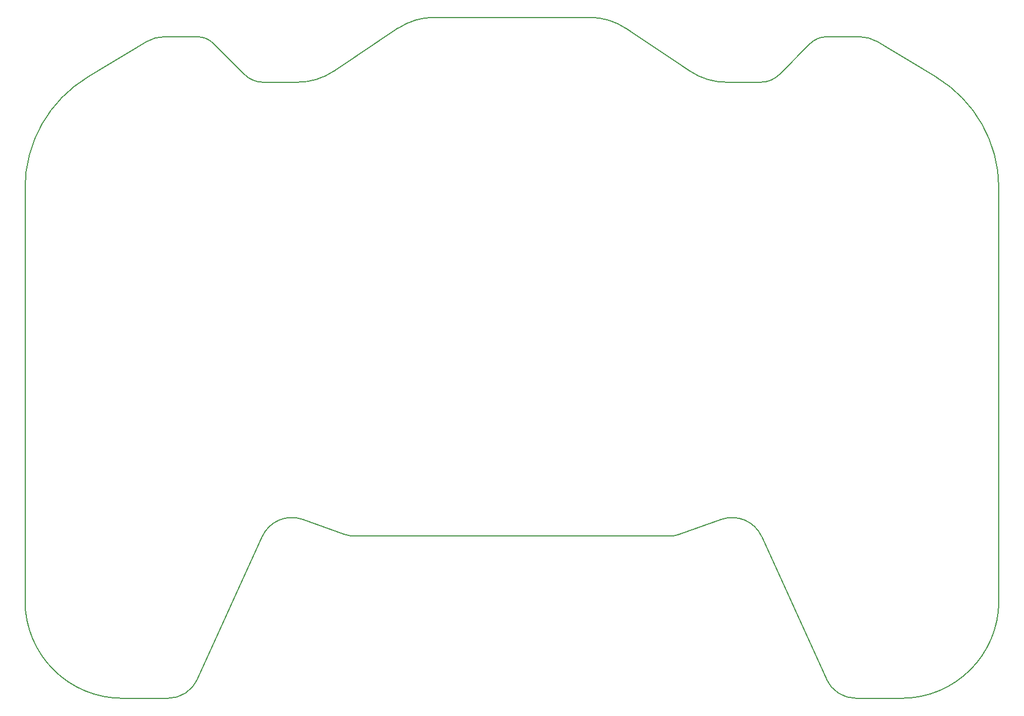
<source format=gm1>
G04 #@! TF.GenerationSoftware,KiCad,Pcbnew,8.0.1*
G04 #@! TF.CreationDate,2024-05-05T13:03:49+07:00*
G04 #@! TF.ProjectId,Arduino_RC_Transceiver_DIY_2.3.0,41726475-696e-46f5-9f52-435f5472616e,2.1.0*
G04 #@! TF.SameCoordinates,Original*
G04 #@! TF.FileFunction,Profile,NP*
%FSLAX46Y46*%
G04 Gerber Fmt 4.6, Leading zero omitted, Abs format (unit mm)*
G04 Created by KiCad (PCBNEW 8.0.1) date 2024-05-05 13:03:49*
%MOMM*%
%LPD*%
G01*
G04 APERTURE LIST*
G04 #@! TA.AperFunction,Profile*
%ADD10C,0.200000*%
G04 #@! TD*
G04 APERTURE END LIST*
D10*
X190523573Y-54576427D02*
X195326876Y-49773124D01*
X181581655Y-123165400D02*
G75*
G02*
X187817113Y-125808549I1682045J-4708500D01*
G01*
X202352000Y-150748000D02*
G75*
G02*
X197798547Y-147813446I0J5000000D01*
G01*
X96352050Y-150748000D02*
X89352000Y-150748000D01*
X166871246Y-47427497D02*
X176832754Y-54068503D01*
X205539562Y-49460534D02*
X214641919Y-54921952D01*
X202967082Y-48747998D02*
G75*
G02*
X205539567Y-49460526I18J-5000002D01*
G01*
X214641918Y-54921953D02*
G75*
G02*
X224351992Y-72071808I-10289918J-17149847D01*
G01*
X74352000Y-72071808D02*
G75*
G02*
X84062080Y-54921945I20000000J8D01*
G01*
X125218250Y-125747999D02*
G75*
G02*
X123536244Y-125456578I-150J4998899D01*
G01*
X121871246Y-54068503D02*
X131832754Y-47427497D01*
X195326876Y-49773124D02*
G75*
G02*
X197801750Y-48748017I2474724J-2474576D01*
G01*
X111008854Y-55748000D02*
G75*
G02*
X108180451Y-54576405I46J4000000D01*
G01*
X121871246Y-54068503D02*
G75*
G02*
X116324244Y-55747997I-5546846J8320003D01*
G01*
X209352000Y-150748000D02*
X202352000Y-150748000D01*
X89352000Y-150748000D02*
G75*
G02*
X74352000Y-135748000I0J15000000D01*
G01*
X100905506Y-147813439D02*
G75*
G02*
X96352050Y-150748013I-4553406J2065339D01*
G01*
X137379756Y-45748000D02*
X161324244Y-45748000D01*
X190523572Y-54576426D02*
G75*
G02*
X187695146Y-55747978I-2828272J2828126D01*
G01*
X131832754Y-47427497D02*
G75*
G02*
X137379756Y-45748003I5546846J-8320003D01*
G01*
X103377124Y-49773127D02*
X108180428Y-54576428D01*
X93164440Y-49460535D02*
G75*
G02*
X95736923Y-48747981I2572460J-4287265D01*
G01*
X173485748Y-125747999D02*
X125218250Y-125747999D01*
X182379756Y-55748000D02*
X187695146Y-55748000D01*
X123536239Y-125456591D02*
X117122341Y-123165408D01*
X197801750Y-48747998D02*
X202967082Y-48747998D01*
X111008854Y-55748000D02*
X116324244Y-55748000D01*
X181581655Y-123165399D02*
X175167765Y-125456589D01*
X95736923Y-48747999D02*
X100902253Y-48748002D01*
X161324244Y-45748000D02*
G75*
G02*
X166871232Y-47427517I-44J-10000000D01*
G01*
X110886874Y-125808561D02*
G75*
G02*
X117122353Y-123165376I4553526J-2065539D01*
G01*
X197798547Y-147813446D02*
X187817126Y-125808543D01*
X175167765Y-125456589D02*
G75*
G02*
X173485748Y-125748000I-1681865J4707689D01*
G01*
X224352000Y-135748000D02*
G75*
G02*
X209352000Y-150748000I-15000000J0D01*
G01*
X100902253Y-48748002D02*
G75*
G02*
X103377131Y-49773120I-153J-3500398D01*
G01*
X110886874Y-125808561D02*
X100905506Y-147813439D01*
X74352000Y-135748000D02*
X74352000Y-72071808D01*
X224352000Y-72071808D02*
X224352000Y-135748000D01*
X182379756Y-55748000D02*
G75*
G02*
X176832768Y-54068483I44J10000000D01*
G01*
X84062083Y-54921950D02*
X93164440Y-49460535D01*
M02*

</source>
